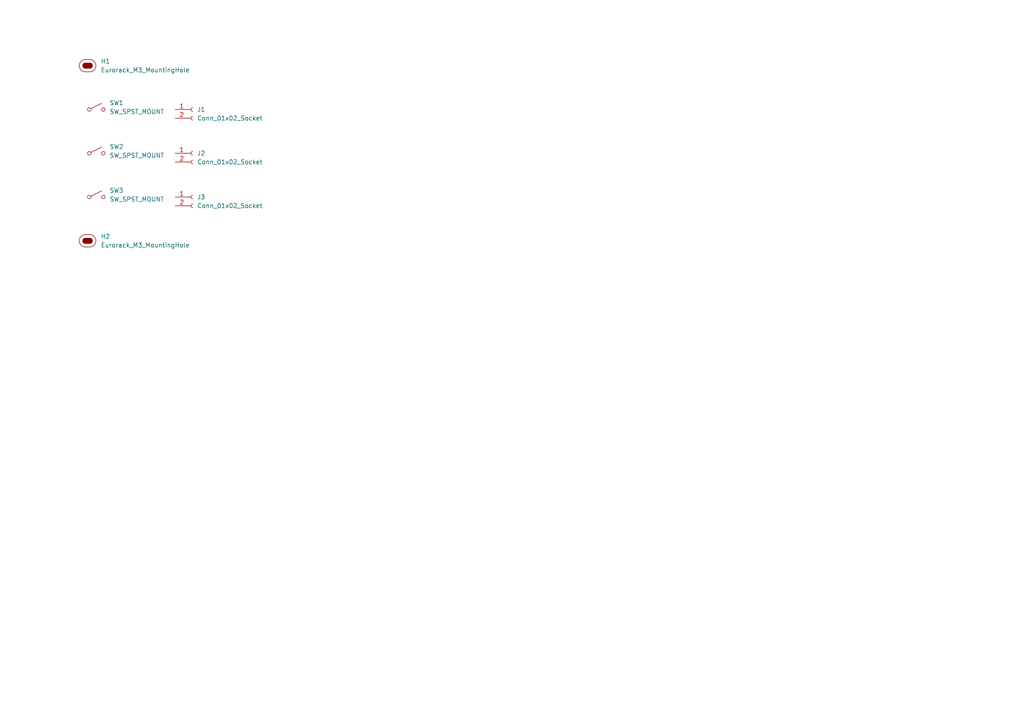
<source format=kicad_sch>
(kicad_sch (version 20231120) (generator "eeschema") (generator_version "8.0")
  (paper "A4")
  (lib_symbols
    (symbol "Connector:Conn_01x02_Socket" (pin_names (offset 1.016) hide)
      (property "Reference" "J" (at 0 2.54 0))
      (property "Value" "Conn_01x02_Socket" (at 0 -5.08 0))
      (symbol "Conn_01x02_Socket_1_1"
        (arc (start 0 -2.032) (mid -0.5058 -2.54) (end 0 -3.048) (stroke (width 0.1524)))
        (polyline (pts (xy -1.27 -2.54) (xy -0.508 -2.54)) (stroke (width 0.1524)))
        (polyline (pts (xy -1.27 0) (xy -0.508 0)) (stroke (width 0.1524)))
        (arc (start 0 0.508) (mid -0.5058 0) (end 0 -0.508) (stroke (width 0.1524)))
        (pin passive line (at -5.08 0 0) (length 3.81) (name "Pin_1") (number "1"))
        (pin passive line (at -5.08 -2.54 0) (length 3.81) (name "Pin_2") (number "2"))
      )
    )
    (symbol "EXC:Eurorack_M3_MountingHole" (pin_names (offset 1.016)) (exclude_from_sim yes) (in_bom no)
      (property "Reference" "H" (at 0 5.08 0))
      (property "Value" "Eurorack_M3_MountingHole" (at 0 3.175 0))
      (symbol "Eurorack_M3_MountingHole_0_1"
        (circle (center -0.635 0) (radius 0.762) (fill (type outline)))
        (arc (start -0.635 0.762) (mid -1.397 0) (end -0.635 -0.762))
        (arc (start -0.635 1.778) (mid -2.413 0) (end -0.635 -1.778))
        (polyline (pts (xy -0.635 -1.778) (xy 0.635 -1.778)))
        (polyline (pts (xy -0.635 -0.762) (xy 0.635 -0.762)))
        (polyline (pts (xy -0.635 0.762) (xy 0.635 0.762)))
        (polyline (pts (xy 0.635 1.778) (xy -0.635 1.778)))
        (circle (center 0 0) (radius 0.762) (fill (type outline)))
        (arc (start 0.6141 -1.778) (mid 2.4131 0) (end 0.6141 1.778))
        (arc (start 0.6227 -0.762) (mid 1.3971 0) (end 0.6227 0.762))
        (circle (center 0.635 0) (radius 0.762) (fill (type outline)))
      )
    )
    (symbol "EXC:SW_SPST-Cherry_Panel_Mount" (pin_names (offset 0) hide)
      (property "Reference" "SW" (at 0 3.175 0))
      (property "Value" "SW_SPST_MOUNT" (at 0 -2.032 0))
      (symbol "SW_SPST-Cherry_Panel_Mount_0_0"
        (circle (center -2.032 0) (radius 0.508))
        (polyline (pts (xy -1.524 0.254) (xy 1.524 1.778)))
        (circle (center 2.032 0) (radius 0.508))
      )
    )
  )
  (symbol (lib_id "Connector:Conn_01x02_Socket") (at 55.88 44.45 0) (unit 1)
    (property "Reference" "J2" (at 57.15 44.4499 0) (effects (justify left)))
    (property "Value" "Conn_01x02_Socket" (at 57.15 46.9899 0) (effects (justify left)))
    (property "Footprint" "Connector_PinSocket_2.54mm:PinSocket_1x02_P2.54mm_Vertical" (effects (hide yes)))
    (property "Description" "Generic connector, single row, 01x02, script generated" (effects (hide yes)))
  )
  (symbol (lib_id "EXC:Eurorack_M3_MountingHole") (at 25.4 19.05 0) (unit 1) (exclude_from_sim yes) (in_bom no)
    (property "Reference" "H1" (at 29.21 17.7799 0) (effects (justify left)))
    (property "Value" "Eurorack_M3_MountingHole" (at 29.21 20.3199 0) (effects (justify left)))
    (property "Footprint" "EXC:MountingHole_3.2mm_M3" (effects (hide yes)))
    (property "Description" "Mounting Hole without connection" (effects (hide yes)))
  )
  (symbol (lib_id "EXC:Eurorack_M3_MountingHole") (at 25.4 69.85 0) (unit 1) (exclude_from_sim yes) (in_bom no)
    (property "Reference" "H2" (at 29.21 68.5799 0) (effects (justify left)))
    (property "Value" "Eurorack_M3_MountingHole" (at 29.21 71.1199 0) (effects (justify left)))
    (property "Footprint" "EXC:MountingHole_3.2mm_M3" (effects (hide yes)))
    (property "Description" "Mounting Hole without connection" (effects (hide yes)))
  )
  (symbol (lib_id "Connector:Conn_01x02_Socket") (at 55.88 57.15 0) (unit 1)
    (property "Reference" "J3" (at 57.15 57.1499 0) (effects (justify left)))
    (property "Value" "Conn_01x02_Socket" (at 57.15 59.6899 0) (effects (justify left)))
    (property "Footprint" "Connector_PinSocket_2.54mm:PinSocket_1x02_P2.54mm_Vertical" (effects (hide yes)))
    (property "Description" "Generic connector, single row, 01x02, script generated" (effects (hide yes)))
  )
  (symbol (lib_id "Connector:Conn_01x02_Socket") (at 55.88 31.75 0) (unit 1)
    (property "Reference" "J1" (at 57.15 31.7499 0) (effects (justify left)))
    (property "Value" "Conn_01x02_Socket" (at 57.15 34.2899 0) (effects (justify left)))
    (property "Footprint" "Connector_PinSocket_2.54mm:PinSocket_1x02_P2.54mm_Vertical" (effects (hide yes)))
    (property "Description" "Generic connector, single row, 01x02, script generated" (effects (hide yes)))
  )
  (symbol (lib_id "EXC:SW_SPST-Cherry_Panel_Mount") (at 27.94 57.15 0) (unit 1)
    (property "Reference" "SW3" (at 31.75 55.2449 0) (effects (justify left)))
    (property "Value" "SW_SPST_MOUNT" (at 31.75 57.7849 0) (effects (justify left)))
    (property "Footprint" "EXC:SW_Cherry_MX_1.00u_Mount" (effects (hide yes)))
    (property "Datasheet" "https://hirosarts.com/blog/keycap-dimensions-guide-for-beginners/" (effects (hide yes)))
    (property "Description" "Single Pole Single Throw (SPST) panel-mount switch" (effects (hide yes)))
    (property "Source" "https://www.adafruit.com/product/4954" (effects (hide yes)))
  )
  (symbol (lib_id "EXC:SW_SPST-Cherry_Panel_Mount") (at 27.94 44.45 0) (unit 1)
    (property "Reference" "SW2" (at 31.75 42.5449 0) (effects (justify left)))
    (property "Value" "SW_SPST_MOUNT" (at 31.75 45.0849 0) (effects (justify left)))
    (property "Footprint" "EXC:SW_Cherry_MX_1.00u_Mount" (effects (hide yes)))
    (property "Datasheet" "https://hirosarts.com/blog/keycap-dimensions-guide-for-beginners/" (effects (hide yes)))
    (property "Description" "Single Pole Single Throw (SPST) panel-mount switch" (effects (hide yes)))
    (property "Source" "https://www.adafruit.com/product/4954" (effects (hide yes)))
  )
  (symbol (lib_id "EXC:SW_SPST-Cherry_Panel_Mount") (at 27.94 31.75 0) (unit 1)
    (property "Reference" "SW1" (at 31.75 29.8449 0) (effects (justify left)))
    (property "Value" "SW_SPST_MOUNT" (at 31.75 32.3849 0) (effects (justify left)))
    (property "Footprint" "EXC:SW_Cherry_MX_1.00u_Mount" (effects (hide yes)))
    (property "Datasheet" "https://hirosarts.com/blog/keycap-dimensions-guide-for-beginners/" (effects (hide yes)))
    (property "Description" "Single Pole Single Throw (SPST) panel-mount switch" (effects (hide yes)))
    (property "Source" "https://www.adafruit.com/product/4954" (effects (hide yes)))
  )
)
</source>
